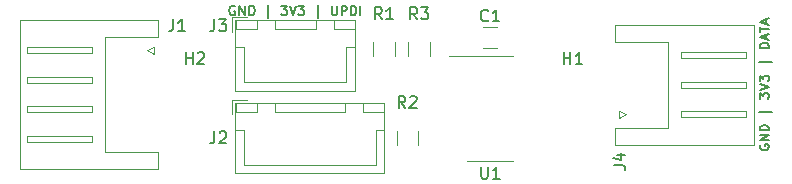
<source format=gbr>
%TF.GenerationSoftware,KiCad,Pcbnew,(5.1.6)-1*%
%TF.CreationDate,2020-08-23T19:38:50+02:00*%
%TF.ProjectId,opto-counter,6f70746f-2d63-46f7-956e-7465722e6b69,rev?*%
%TF.SameCoordinates,Original*%
%TF.FileFunction,Legend,Top*%
%TF.FilePolarity,Positive*%
%FSLAX46Y46*%
G04 Gerber Fmt 4.6, Leading zero omitted, Abs format (unit mm)*
G04 Created by KiCad (PCBNEW (5.1.6)-1) date 2020-08-23 19:38:50*
%MOMM*%
%LPD*%
G01*
G04 APERTURE LIST*
%ADD10C,0.200000*%
%ADD11C,0.120000*%
%ADD12C,0.150000*%
G04 APERTURE END LIST*
D10*
X102850000Y-38085714D02*
X102811904Y-38161904D01*
X102811904Y-38276190D01*
X102850000Y-38390476D01*
X102926190Y-38466666D01*
X103002380Y-38504761D01*
X103154761Y-38542857D01*
X103269047Y-38542857D01*
X103421428Y-38504761D01*
X103497619Y-38466666D01*
X103573809Y-38390476D01*
X103611904Y-38276190D01*
X103611904Y-38200000D01*
X103573809Y-38085714D01*
X103535714Y-38047619D01*
X103269047Y-38047619D01*
X103269047Y-38200000D01*
X103611904Y-37704761D02*
X102811904Y-37704761D01*
X103611904Y-37247619D01*
X102811904Y-37247619D01*
X103611904Y-36866666D02*
X102811904Y-36866666D01*
X102811904Y-36676190D01*
X102850000Y-36561904D01*
X102926190Y-36485714D01*
X103002380Y-36447619D01*
X103154761Y-36409523D01*
X103269047Y-36409523D01*
X103421428Y-36447619D01*
X103497619Y-36485714D01*
X103573809Y-36561904D01*
X103611904Y-36676190D01*
X103611904Y-36866666D01*
X103878571Y-35266666D02*
X102735714Y-35266666D01*
X102811904Y-34161904D02*
X102811904Y-33666666D01*
X103116666Y-33933333D01*
X103116666Y-33819047D01*
X103154761Y-33742857D01*
X103192857Y-33704761D01*
X103269047Y-33666666D01*
X103459523Y-33666666D01*
X103535714Y-33704761D01*
X103573809Y-33742857D01*
X103611904Y-33819047D01*
X103611904Y-34047619D01*
X103573809Y-34123809D01*
X103535714Y-34161904D01*
X102811904Y-33438095D02*
X103611904Y-33171428D01*
X102811904Y-32904761D01*
X102811904Y-32714285D02*
X102811904Y-32219047D01*
X103116666Y-32485714D01*
X103116666Y-32371428D01*
X103154761Y-32295238D01*
X103192857Y-32257142D01*
X103269047Y-32219047D01*
X103459523Y-32219047D01*
X103535714Y-32257142D01*
X103573809Y-32295238D01*
X103611904Y-32371428D01*
X103611904Y-32600000D01*
X103573809Y-32676190D01*
X103535714Y-32714285D01*
X103878571Y-31076190D02*
X102735714Y-31076190D01*
X103611904Y-29895238D02*
X102811904Y-29895238D01*
X102811904Y-29704761D01*
X102850000Y-29590476D01*
X102926190Y-29514285D01*
X103002380Y-29476190D01*
X103154761Y-29438095D01*
X103269047Y-29438095D01*
X103421428Y-29476190D01*
X103497619Y-29514285D01*
X103573809Y-29590476D01*
X103611904Y-29704761D01*
X103611904Y-29895238D01*
X103383333Y-29133333D02*
X103383333Y-28752380D01*
X103611904Y-29209523D02*
X102811904Y-28942857D01*
X103611904Y-28676190D01*
X102811904Y-28523809D02*
X102811904Y-28066666D01*
X103611904Y-28295238D02*
X102811904Y-28295238D01*
X103383333Y-27838095D02*
X103383333Y-27457142D01*
X103611904Y-27914285D02*
X102811904Y-27647619D01*
X103611904Y-27380952D01*
X58395238Y-26350000D02*
X58319047Y-26311904D01*
X58204761Y-26311904D01*
X58090476Y-26350000D01*
X58014285Y-26426190D01*
X57976190Y-26502380D01*
X57938095Y-26654761D01*
X57938095Y-26769047D01*
X57976190Y-26921428D01*
X58014285Y-26997619D01*
X58090476Y-27073809D01*
X58204761Y-27111904D01*
X58280952Y-27111904D01*
X58395238Y-27073809D01*
X58433333Y-27035714D01*
X58433333Y-26769047D01*
X58280952Y-26769047D01*
X58776190Y-27111904D02*
X58776190Y-26311904D01*
X59233333Y-27111904D01*
X59233333Y-26311904D01*
X59614285Y-27111904D02*
X59614285Y-26311904D01*
X59804761Y-26311904D01*
X59919047Y-26350000D01*
X59995238Y-26426190D01*
X60033333Y-26502380D01*
X60071428Y-26654761D01*
X60071428Y-26769047D01*
X60033333Y-26921428D01*
X59995238Y-26997619D01*
X59919047Y-27073809D01*
X59804761Y-27111904D01*
X59614285Y-27111904D01*
X61214285Y-27378571D02*
X61214285Y-26235714D01*
X62319047Y-26311904D02*
X62814285Y-26311904D01*
X62547619Y-26616666D01*
X62661904Y-26616666D01*
X62738095Y-26654761D01*
X62776190Y-26692857D01*
X62814285Y-26769047D01*
X62814285Y-26959523D01*
X62776190Y-27035714D01*
X62738095Y-27073809D01*
X62661904Y-27111904D01*
X62433333Y-27111904D01*
X62357142Y-27073809D01*
X62319047Y-27035714D01*
X63042857Y-26311904D02*
X63309523Y-27111904D01*
X63576190Y-26311904D01*
X63766666Y-26311904D02*
X64261904Y-26311904D01*
X63995238Y-26616666D01*
X64109523Y-26616666D01*
X64185714Y-26654761D01*
X64223809Y-26692857D01*
X64261904Y-26769047D01*
X64261904Y-26959523D01*
X64223809Y-27035714D01*
X64185714Y-27073809D01*
X64109523Y-27111904D01*
X63880952Y-27111904D01*
X63804761Y-27073809D01*
X63766666Y-27035714D01*
X65404761Y-27378571D02*
X65404761Y-26235714D01*
X66585714Y-26311904D02*
X66585714Y-26959523D01*
X66623809Y-27035714D01*
X66661904Y-27073809D01*
X66738095Y-27111904D01*
X66890476Y-27111904D01*
X66966666Y-27073809D01*
X67004761Y-27035714D01*
X67042857Y-26959523D01*
X67042857Y-26311904D01*
X67423809Y-27111904D02*
X67423809Y-26311904D01*
X67728571Y-26311904D01*
X67804761Y-26350000D01*
X67842857Y-26388095D01*
X67880952Y-26464285D01*
X67880952Y-26578571D01*
X67842857Y-26654761D01*
X67804761Y-26692857D01*
X67728571Y-26730952D01*
X67423809Y-26730952D01*
X68223809Y-27111904D02*
X68223809Y-26311904D01*
X68414285Y-26311904D01*
X68528571Y-26350000D01*
X68604761Y-26426190D01*
X68642857Y-26502380D01*
X68680952Y-26654761D01*
X68680952Y-26769047D01*
X68642857Y-26921428D01*
X68604761Y-26997619D01*
X68528571Y-27073809D01*
X68414285Y-27111904D01*
X68223809Y-27111904D01*
X69023809Y-27111904D02*
X69023809Y-26311904D01*
D11*
%TO.C,C1*%
X79397936Y-29910000D02*
X80602064Y-29910000D01*
X79397936Y-28090000D02*
X80602064Y-28090000D01*
%TO.C,J1*%
X51575001Y-30375001D02*
X50975001Y-30075001D01*
X51575001Y-29775001D02*
X51575001Y-30375001D01*
X50975001Y-30075001D02*
X51575001Y-29775001D01*
X46275001Y-37825001D02*
X46275001Y-37325001D01*
X40775001Y-37825001D02*
X46275001Y-37825001D01*
X40775001Y-37325001D02*
X40775001Y-37825001D01*
X46275001Y-37325001D02*
X40775001Y-37325001D01*
X46275001Y-35325001D02*
X46275001Y-34825001D01*
X40775001Y-35325001D02*
X46275001Y-35325001D01*
X40775001Y-34825001D02*
X40775001Y-35325001D01*
X46275001Y-34825001D02*
X40775001Y-34825001D01*
X46275001Y-32825001D02*
X46275001Y-32325001D01*
X40775001Y-32825001D02*
X46275001Y-32825001D01*
X40775001Y-32325001D02*
X40775001Y-32825001D01*
X46275001Y-32325001D02*
X40775001Y-32325001D01*
X46275001Y-30325001D02*
X46275001Y-29825001D01*
X40775001Y-30325001D02*
X46275001Y-30325001D01*
X40775001Y-29825001D02*
X40775001Y-30325001D01*
X46275001Y-29825001D02*
X40775001Y-29825001D01*
X47385001Y-38715001D02*
X47385001Y-33825001D01*
X51885001Y-38715001D02*
X47385001Y-38715001D01*
X51885001Y-40135001D02*
X51885001Y-38715001D01*
X40165001Y-40135001D02*
X51885001Y-40135001D01*
X40165001Y-33825001D02*
X40165001Y-40135001D01*
X47385001Y-28935001D02*
X47385001Y-33825001D01*
X51885001Y-28935001D02*
X47385001Y-28935001D01*
X51885001Y-27515001D02*
X51885001Y-28935001D01*
X40165001Y-27515001D02*
X51885001Y-27515001D01*
X40165001Y-33825001D02*
X40165001Y-27515001D01*
%TO.C,J2*%
X58150000Y-34250000D02*
X58150000Y-35500000D01*
X59400000Y-34250000D02*
X58150000Y-34250000D01*
X70300000Y-39750000D02*
X64750000Y-39750000D01*
X70300000Y-36800000D02*
X70300000Y-39750000D01*
X71050000Y-36800000D02*
X70300000Y-36800000D01*
X59200000Y-39750000D02*
X64750000Y-39750000D01*
X59200000Y-36800000D02*
X59200000Y-39750000D01*
X58450000Y-36800000D02*
X59200000Y-36800000D01*
X71050000Y-34550000D02*
X69250000Y-34550000D01*
X71050000Y-35300000D02*
X71050000Y-34550000D01*
X69250000Y-35300000D02*
X71050000Y-35300000D01*
X69250000Y-34550000D02*
X69250000Y-35300000D01*
X60250000Y-34550000D02*
X58450000Y-34550000D01*
X60250000Y-35300000D02*
X60250000Y-34550000D01*
X58450000Y-35300000D02*
X60250000Y-35300000D01*
X58450000Y-34550000D02*
X58450000Y-35300000D01*
X67750000Y-34550000D02*
X61750000Y-34550000D01*
X67750000Y-35300000D02*
X67750000Y-34550000D01*
X61750000Y-35300000D02*
X67750000Y-35300000D01*
X61750000Y-34550000D02*
X61750000Y-35300000D01*
X71060000Y-34540000D02*
X58440000Y-34540000D01*
X71060000Y-40510000D02*
X71060000Y-34540000D01*
X58440000Y-40510000D02*
X71060000Y-40510000D01*
X58440000Y-34540000D02*
X58440000Y-40510000D01*
%TO.C,J3*%
X58150000Y-27250000D02*
X58150000Y-28500000D01*
X59400000Y-27250000D02*
X58150000Y-27250000D01*
X67800000Y-32750000D02*
X63500000Y-32750000D01*
X67800000Y-29800000D02*
X67800000Y-32750000D01*
X68550000Y-29800000D02*
X67800000Y-29800000D01*
X59200000Y-32750000D02*
X63500000Y-32750000D01*
X59200000Y-29800000D02*
X59200000Y-32750000D01*
X58450000Y-29800000D02*
X59200000Y-29800000D01*
X68550000Y-27550000D02*
X66750000Y-27550000D01*
X68550000Y-28300000D02*
X68550000Y-27550000D01*
X66750000Y-28300000D02*
X68550000Y-28300000D01*
X66750000Y-27550000D02*
X66750000Y-28300000D01*
X60250000Y-27550000D02*
X58450000Y-27550000D01*
X60250000Y-28300000D02*
X60250000Y-27550000D01*
X58450000Y-28300000D02*
X60250000Y-28300000D01*
X58450000Y-27550000D02*
X58450000Y-28300000D01*
X65250000Y-27550000D02*
X61750000Y-27550000D01*
X65250000Y-28300000D02*
X65250000Y-27550000D01*
X61750000Y-28300000D02*
X65250000Y-28300000D01*
X61750000Y-27550000D02*
X61750000Y-28300000D01*
X68560000Y-27540000D02*
X58440000Y-27540000D01*
X68560000Y-33510000D02*
X68560000Y-27540000D01*
X58440000Y-33510000D02*
X68560000Y-33510000D01*
X58440000Y-27540000D02*
X58440000Y-33510000D01*
%TO.C,J4*%
X90900000Y-35200000D02*
X91500000Y-35500000D01*
X90900000Y-35800000D02*
X90900000Y-35200000D01*
X91500000Y-35500000D02*
X90900000Y-35800000D01*
X96200000Y-30250000D02*
X96200000Y-30750000D01*
X101700000Y-30250000D02*
X96200000Y-30250000D01*
X101700000Y-30750000D02*
X101700000Y-30250000D01*
X96200000Y-30750000D02*
X101700000Y-30750000D01*
X96200000Y-32750000D02*
X96200000Y-33250000D01*
X101700000Y-32750000D02*
X96200000Y-32750000D01*
X101700000Y-33250000D02*
X101700000Y-32750000D01*
X96200000Y-33250000D02*
X101700000Y-33250000D01*
X96200000Y-35250000D02*
X96200000Y-35750000D01*
X101700000Y-35250000D02*
X96200000Y-35250000D01*
X101700000Y-35750000D02*
X101700000Y-35250000D01*
X96200000Y-35750000D02*
X101700000Y-35750000D01*
X95090000Y-29360000D02*
X95090000Y-33000000D01*
X90590000Y-29360000D02*
X95090000Y-29360000D01*
X90590000Y-27940000D02*
X90590000Y-29360000D01*
X102310000Y-27940000D02*
X90590000Y-27940000D01*
X102310000Y-33000000D02*
X102310000Y-27940000D01*
X95090000Y-36640000D02*
X95090000Y-33000000D01*
X90590000Y-36640000D02*
X95090000Y-36640000D01*
X90590000Y-38060000D02*
X90590000Y-36640000D01*
X102310000Y-38060000D02*
X90590000Y-38060000D01*
X102310000Y-33000000D02*
X102310000Y-38060000D01*
%TO.C,R1*%
X70090000Y-29397936D02*
X70090000Y-30602064D01*
X71910000Y-29397936D02*
X71910000Y-30602064D01*
%TO.C,R2*%
X73910000Y-38089564D02*
X73910000Y-36885436D01*
X72090000Y-38089564D02*
X72090000Y-36885436D01*
%TO.C,R3*%
X74910000Y-29397936D02*
X74910000Y-30602064D01*
X73090000Y-29397936D02*
X73090000Y-30602064D01*
%TO.C,U1*%
X80000000Y-30565000D02*
X76550000Y-30565000D01*
X80000000Y-30565000D02*
X81950000Y-30565000D01*
X80000000Y-39435000D02*
X78050000Y-39435000D01*
X80000000Y-39435000D02*
X81950000Y-39435000D01*
%TO.C,C1*%
D12*
X79833333Y-27537142D02*
X79785714Y-27584761D01*
X79642857Y-27632380D01*
X79547619Y-27632380D01*
X79404761Y-27584761D01*
X79309523Y-27489523D01*
X79261904Y-27394285D01*
X79214285Y-27203809D01*
X79214285Y-27060952D01*
X79261904Y-26870476D01*
X79309523Y-26775238D01*
X79404761Y-26680000D01*
X79547619Y-26632380D01*
X79642857Y-26632380D01*
X79785714Y-26680000D01*
X79833333Y-26727619D01*
X80785714Y-27632380D02*
X80214285Y-27632380D01*
X80500000Y-27632380D02*
X80500000Y-26632380D01*
X80404761Y-26775238D01*
X80309523Y-26870476D01*
X80214285Y-26918095D01*
%TO.C,J1*%
X53166666Y-27452380D02*
X53166666Y-28166666D01*
X53119047Y-28309523D01*
X53023809Y-28404761D01*
X52880952Y-28452380D01*
X52785714Y-28452380D01*
X54166666Y-28452380D02*
X53595238Y-28452380D01*
X53880952Y-28452380D02*
X53880952Y-27452380D01*
X53785714Y-27595238D01*
X53690476Y-27690476D01*
X53595238Y-27738095D01*
%TO.C,J2*%
X56666666Y-36952380D02*
X56666666Y-37666666D01*
X56619047Y-37809523D01*
X56523809Y-37904761D01*
X56380952Y-37952380D01*
X56285714Y-37952380D01*
X57095238Y-37047619D02*
X57142857Y-37000000D01*
X57238095Y-36952380D01*
X57476190Y-36952380D01*
X57571428Y-37000000D01*
X57619047Y-37047619D01*
X57666666Y-37142857D01*
X57666666Y-37238095D01*
X57619047Y-37380952D01*
X57047619Y-37952380D01*
X57666666Y-37952380D01*
%TO.C,J3*%
X56666666Y-27452380D02*
X56666666Y-28166666D01*
X56619047Y-28309523D01*
X56523809Y-28404761D01*
X56380952Y-28452380D01*
X56285714Y-28452380D01*
X57047619Y-27452380D02*
X57666666Y-27452380D01*
X57333333Y-27833333D01*
X57476190Y-27833333D01*
X57571428Y-27880952D01*
X57619047Y-27928571D01*
X57666666Y-28023809D01*
X57666666Y-28261904D01*
X57619047Y-28357142D01*
X57571428Y-28404761D01*
X57476190Y-28452380D01*
X57190476Y-28452380D01*
X57095238Y-28404761D01*
X57047619Y-28357142D01*
%TO.C,J4*%
X90452380Y-39833333D02*
X91166666Y-39833333D01*
X91309523Y-39880952D01*
X91404761Y-39976190D01*
X91452380Y-40119047D01*
X91452380Y-40214285D01*
X90785714Y-38928571D02*
X91452380Y-38928571D01*
X90404761Y-39166666D02*
X91119047Y-39404761D01*
X91119047Y-38785714D01*
%TO.C,R1*%
X70833333Y-27452380D02*
X70500000Y-26976190D01*
X70261904Y-27452380D02*
X70261904Y-26452380D01*
X70642857Y-26452380D01*
X70738095Y-26500000D01*
X70785714Y-26547619D01*
X70833333Y-26642857D01*
X70833333Y-26785714D01*
X70785714Y-26880952D01*
X70738095Y-26928571D01*
X70642857Y-26976190D01*
X70261904Y-26976190D01*
X71785714Y-27452380D02*
X71214285Y-27452380D01*
X71500000Y-27452380D02*
X71500000Y-26452380D01*
X71404761Y-26595238D01*
X71309523Y-26690476D01*
X71214285Y-26738095D01*
%TO.C,R2*%
X72833333Y-34952380D02*
X72500000Y-34476190D01*
X72261904Y-34952380D02*
X72261904Y-33952380D01*
X72642857Y-33952380D01*
X72738095Y-34000000D01*
X72785714Y-34047619D01*
X72833333Y-34142857D01*
X72833333Y-34285714D01*
X72785714Y-34380952D01*
X72738095Y-34428571D01*
X72642857Y-34476190D01*
X72261904Y-34476190D01*
X73214285Y-34047619D02*
X73261904Y-34000000D01*
X73357142Y-33952380D01*
X73595238Y-33952380D01*
X73690476Y-34000000D01*
X73738095Y-34047619D01*
X73785714Y-34142857D01*
X73785714Y-34238095D01*
X73738095Y-34380952D01*
X73166666Y-34952380D01*
X73785714Y-34952380D01*
%TO.C,R3*%
X73833333Y-27452380D02*
X73500000Y-26976190D01*
X73261904Y-27452380D02*
X73261904Y-26452380D01*
X73642857Y-26452380D01*
X73738095Y-26500000D01*
X73785714Y-26547619D01*
X73833333Y-26642857D01*
X73833333Y-26785714D01*
X73785714Y-26880952D01*
X73738095Y-26928571D01*
X73642857Y-26976190D01*
X73261904Y-26976190D01*
X74166666Y-26452380D02*
X74785714Y-26452380D01*
X74452380Y-26833333D01*
X74595238Y-26833333D01*
X74690476Y-26880952D01*
X74738095Y-26928571D01*
X74785714Y-27023809D01*
X74785714Y-27261904D01*
X74738095Y-27357142D01*
X74690476Y-27404761D01*
X74595238Y-27452380D01*
X74309523Y-27452380D01*
X74214285Y-27404761D01*
X74166666Y-27357142D01*
%TO.C,U1*%
X79238095Y-39952380D02*
X79238095Y-40761904D01*
X79285714Y-40857142D01*
X79333333Y-40904761D01*
X79428571Y-40952380D01*
X79619047Y-40952380D01*
X79714285Y-40904761D01*
X79761904Y-40857142D01*
X79809523Y-40761904D01*
X79809523Y-39952380D01*
X80809523Y-40952380D02*
X80238095Y-40952380D01*
X80523809Y-40952380D02*
X80523809Y-39952380D01*
X80428571Y-40095238D01*
X80333333Y-40190476D01*
X80238095Y-40238095D01*
%TO.C,H1*%
X86238095Y-31252380D02*
X86238095Y-30252380D01*
X86238095Y-30728571D02*
X86809523Y-30728571D01*
X86809523Y-31252380D02*
X86809523Y-30252380D01*
X87809523Y-31252380D02*
X87238095Y-31252380D01*
X87523809Y-31252380D02*
X87523809Y-30252380D01*
X87428571Y-30395238D01*
X87333333Y-30490476D01*
X87238095Y-30538095D01*
%TO.C,H2*%
X54238095Y-31252380D02*
X54238095Y-30252380D01*
X54238095Y-30728571D02*
X54809523Y-30728571D01*
X54809523Y-31252380D02*
X54809523Y-30252380D01*
X55238095Y-30347619D02*
X55285714Y-30300000D01*
X55380952Y-30252380D01*
X55619047Y-30252380D01*
X55714285Y-30300000D01*
X55761904Y-30347619D01*
X55809523Y-30442857D01*
X55809523Y-30538095D01*
X55761904Y-30680952D01*
X55190476Y-31252380D01*
X55809523Y-31252380D01*
%TD*%
M02*

</source>
